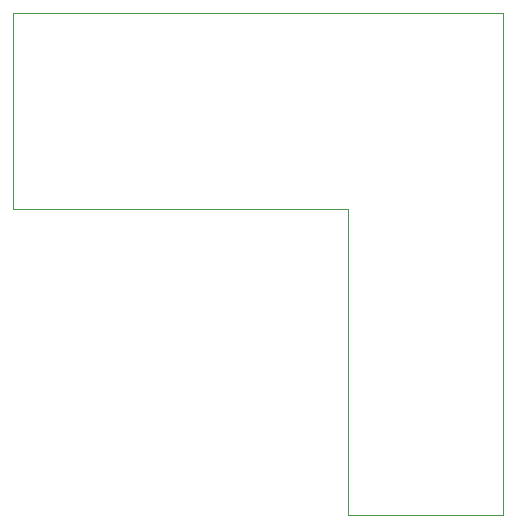
<source format=gbr>
%TF.GenerationSoftware,KiCad,Pcbnew,(6.0.2-0)*%
%TF.CreationDate,2023-02-02T13:40:45+11:00*%
%TF.ProjectId,AD3 HE Board,41443320-4845-4204-926f-6172642e6b69,rev?*%
%TF.SameCoordinates,PXbb4d38PY34c3148*%
%TF.FileFunction,Profile,NP*%
%FSLAX46Y46*%
G04 Gerber Fmt 4.6, Leading zero omitted, Abs format (unit mm)*
G04 Created by KiCad (PCBNEW (6.0.2-0)) date 2023-02-02 13:40:45*
%MOMM*%
%LPD*%
G01*
G04 APERTURE LIST*
%TA.AperFunction,Profile*%
%ADD10C,0.100000*%
%TD*%
G04 APERTURE END LIST*
D10*
X225000Y42825000D02*
X225000Y28325000D01*
X41725000Y325000D02*
X41725000Y6325000D01*
X225000Y26225000D02*
X28625000Y26225000D01*
X225000Y26225000D02*
X225000Y28325000D01*
X41725000Y42825000D02*
X41725000Y6325000D01*
X28625000Y325000D02*
X28625000Y26225000D01*
X28625000Y325000D02*
X41725000Y325000D01*
X41725000Y42825000D02*
X225000Y42825000D01*
M02*

</source>
